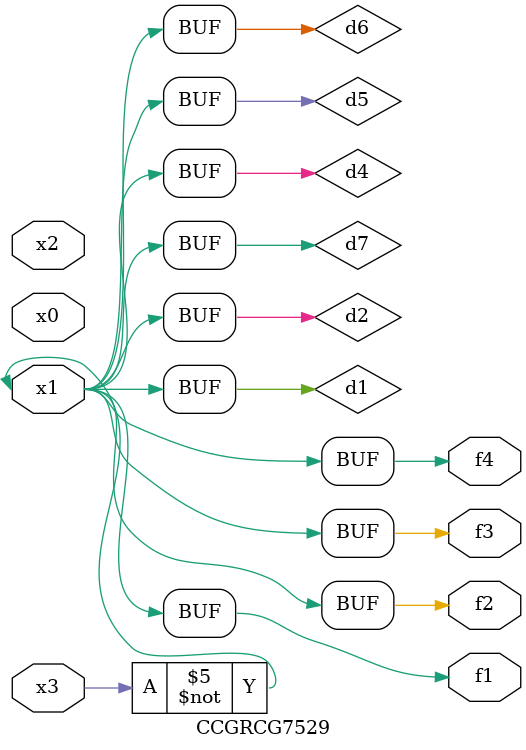
<source format=v>
module CCGRCG7529(
	input x0, x1, x2, x3,
	output f1, f2, f3, f4
);

	wire d1, d2, d3, d4, d5, d6, d7;

	not (d1, x3);
	buf (d2, x1);
	xnor (d3, d1, d2);
	nor (d4, d1);
	buf (d5, d1, d2);
	buf (d6, d4, d5);
	nand (d7, d4);
	assign f1 = d6;
	assign f2 = d7;
	assign f3 = d6;
	assign f4 = d6;
endmodule

</source>
